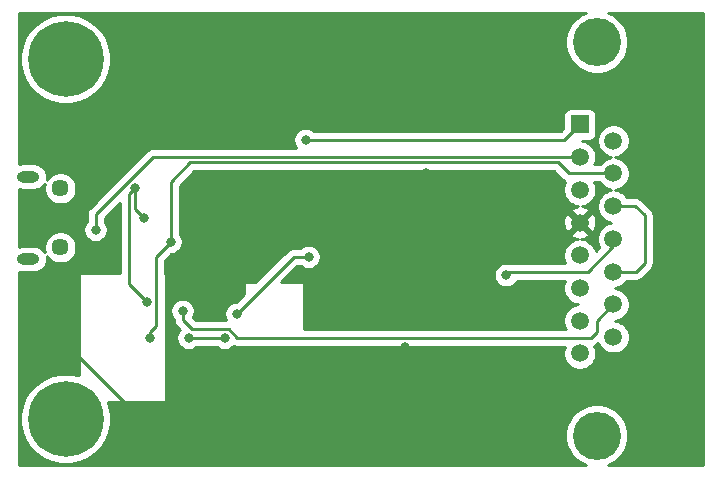
<source format=gbr>
%TF.GenerationSoftware,KiCad,Pcbnew,(5.1.6-85-g2d1f6937d)*%
%TF.CreationDate,2020-09-04T21:38:45-07:00*%
%TF.ProjectId,3DProUsb,33445072-6f55-4736-922e-6b696361645f,rev?*%
%TF.SameCoordinates,Original*%
%TF.FileFunction,Copper,L2,Bot*%
%TF.FilePolarity,Positive*%
%FSLAX46Y46*%
G04 Gerber Fmt 4.6, Leading zero omitted, Abs format (unit mm)*
G04 Created by KiCad (PCBNEW (5.1.6-85-g2d1f6937d)) date 2020-09-04 21:38:45*
%MOMM*%
%LPD*%
G01*
G04 APERTURE LIST*
%TA.AperFunction,ComponentPad*%
%ADD10C,6.400000*%
%TD*%
%TA.AperFunction,ComponentPad*%
%ADD11R,1.508000X1.508000*%
%TD*%
%TA.AperFunction,ComponentPad*%
%ADD12C,1.508000*%
%TD*%
%TA.AperFunction,ComponentPad*%
%ADD13C,4.066000*%
%TD*%
%TA.AperFunction,ComponentPad*%
%ADD14C,1.450000*%
%TD*%
%TA.AperFunction,ComponentPad*%
%ADD15O,1.900000X0.950000*%
%TD*%
%TA.AperFunction,ViaPad*%
%ADD16C,0.800000*%
%TD*%
%TA.AperFunction,Conductor*%
%ADD17C,0.250000*%
%TD*%
%TA.AperFunction,Conductor*%
%ADD18C,0.254000*%
%TD*%
%TA.AperFunction,Conductor*%
%ADD19C,0.100000*%
%TD*%
G04 APERTURE END LIST*
D10*
%TO.P,REF\u002A\u002A,1*%
%TO.N,N/C*%
X70104000Y-102108000D03*
%TD*%
%TO.P,REF\u002A\u002A,1*%
%TO.N,N/C*%
X70104000Y-71628000D03*
%TD*%
D11*
%TO.P,J3,1*%
%TO.N,VCC*%
X113642000Y-77173000D03*
D12*
%TO.P,J3,2*%
%TO.N,Net-(J3-Pad2)*%
X113642000Y-79943000D03*
%TO.P,J3,9*%
%TO.N,Net-(J3-Pad9)*%
X116482000Y-78558000D03*
D13*
%TO.P,J3,S1*%
%TO.N,N/C*%
X115082000Y-103518000D03*
%TO.P,J3,S2*%
X115082000Y-70218000D03*
D12*
%TO.P,J3,3*%
%TO.N,Net-(J3-Pad3)*%
X113642000Y-82713000D03*
%TO.P,J3,4*%
%TO.N,Earth*%
X113642000Y-85483000D03*
%TO.P,J3,5*%
%TO.N,Net-(J3-Pad5)*%
X113642000Y-88253000D03*
%TO.P,J3,6*%
%TO.N,Net-(J3-Pad6)*%
X113642000Y-91023000D03*
%TO.P,J3,7*%
%TO.N,SCLK*%
X113642000Y-93793000D03*
%TO.P,J3,8*%
%TO.N,Net-(J3-Pad8)*%
X113642000Y-96563000D03*
%TO.P,J3,10*%
%TO.N,MOSI*%
X116482000Y-81328000D03*
%TO.P,J3,11*%
%TO.N,Net-(J3-Pad11)*%
X116482000Y-84098000D03*
%TO.P,J3,12*%
%TO.N,Net-(J3-Pad12)*%
X116482000Y-86868000D03*
%TO.P,J3,13*%
%TO.N,Net-(J3-Pad11)*%
X116482000Y-89638000D03*
%TO.P,J3,14*%
%TO.N,MISO*%
X116482000Y-92408000D03*
%TO.P,J3,15*%
%TO.N,Net-(J3-Pad15)*%
X116482000Y-95178000D03*
%TD*%
D14*
%TO.P,J1,SH1*%
%TO.N,N/C*%
X69660000Y-82590000D03*
%TO.P,J1,SH2*%
X69660000Y-87590000D03*
D15*
%TO.P,J1,SH3*%
X66960000Y-81590000D03*
%TO.P,J1,SH8*%
X66960000Y-88590000D03*
%TD*%
D16*
%TO.N,Earth*%
X100584000Y-81280000D03*
X100584000Y-77470000D03*
X98806000Y-94234000D03*
X98806000Y-96012000D03*
X108597000Y-85483000D03*
X71882000Y-87630000D03*
X88646000Y-77216000D03*
X93472000Y-99060000D03*
X96520000Y-93472000D03*
X97028000Y-88900000D03*
X81280000Y-91948000D03*
X84074000Y-91948000D03*
X121273000Y-85483000D03*
%TO.N,VCC*%
X75946000Y-82550000D03*
X80518000Y-95250000D03*
X83566000Y-95250000D03*
X76708000Y-85090000D03*
X90678000Y-88392000D03*
X84582000Y-93218000D03*
X90424000Y-78486000D03*
X76962000Y-92202000D03*
%TO.N,MISO*%
X80010000Y-92964000D03*
%TO.N,MOSI*%
X78994000Y-87122000D03*
X77216000Y-95250000D03*
%TO.N,Net-(J3-Pad2)*%
X72644000Y-86106000D03*
%TO.N,Net-(J3-Pad12)*%
X107414001Y-89943999D03*
%TD*%
D17*
%TO.N,Earth*%
X84074000Y-91948000D02*
X84074000Y-91948000D01*
X81280000Y-91948000D02*
X84074000Y-91948000D01*
X77978000Y-103632000D02*
X77978000Y-103886000D01*
X68580000Y-94234000D02*
X77978000Y-103632000D01*
%TO.N,VCC*%
X75946000Y-82550000D02*
X75438000Y-83058000D01*
X75438000Y-83058000D02*
X75438000Y-87376000D01*
X80518000Y-95250000D02*
X83566000Y-95250000D01*
X83566000Y-95250000D02*
X83566000Y-95250000D01*
X75946000Y-82550000D02*
X75946000Y-84328000D01*
X75946000Y-84328000D02*
X76708000Y-85090000D01*
X76708000Y-85090000D02*
X76708000Y-85090000D01*
X90678000Y-88392000D02*
X89408000Y-88392000D01*
X89408000Y-88392000D02*
X84582000Y-93218000D01*
X84582000Y-93218000D02*
X84582000Y-93218000D01*
X112329000Y-78486000D02*
X113642000Y-77173000D01*
X90424000Y-78486000D02*
X112329000Y-78486000D01*
X75438000Y-87376000D02*
X75438000Y-90678000D01*
X75438000Y-90678000D02*
X76962000Y-92202000D01*
X76962000Y-92202000D02*
X76962000Y-92202000D01*
%TO.N,MISO*%
X116482000Y-92549922D02*
X116482000Y-92408000D01*
X114554000Y-95250000D02*
X84639002Y-95250000D01*
X115062000Y-94742000D02*
X114554000Y-95250000D01*
X115062000Y-93828000D02*
X115062000Y-94742000D01*
X116482000Y-92408000D02*
X115062000Y-93828000D01*
X80010000Y-92964000D02*
X80010000Y-93726000D01*
X80010000Y-93726000D02*
X80808999Y-94524999D01*
X83914001Y-94524999D02*
X84639002Y-95250000D01*
X80808999Y-94524999D02*
X83914001Y-94524999D01*
%TO.N,MOSI*%
X78994000Y-87122000D02*
X78994000Y-87122000D01*
X78994000Y-87122000D02*
X77724000Y-88392000D01*
X77724000Y-88392000D02*
X77724000Y-94234000D01*
X77724000Y-94234000D02*
X77216000Y-94742000D01*
X77216000Y-94742000D02*
X77216000Y-95250000D01*
X77216000Y-95250000D02*
X77216000Y-95250000D01*
X78994000Y-82042000D02*
X78994000Y-87122000D01*
X80642990Y-80393010D02*
X78994000Y-82042000D01*
X111760000Y-80393010D02*
X80642990Y-80393010D01*
X112694990Y-81328000D02*
X111760000Y-80393010D01*
X116482000Y-81328000D02*
X112694990Y-81328000D01*
%TO.N,Net-(J3-Pad2)*%
X77479998Y-79943000D02*
X72644000Y-84778998D01*
X113642000Y-79943000D02*
X77479998Y-79943000D01*
X72644000Y-84778998D02*
X72644000Y-86106000D01*
X72644000Y-86106000D02*
X72644000Y-86106000D01*
%TO.N,Net-(J3-Pad11)*%
X116482000Y-89638000D02*
X118340000Y-89638000D01*
X116482000Y-84098000D02*
X118340000Y-84098000D01*
X118340000Y-84098000D02*
X119126000Y-84884000D01*
X119126000Y-84884000D02*
X119126000Y-88900000D01*
X119126000Y-88900000D02*
X118364000Y-89662000D01*
%TO.N,Net-(J3-Pad12)*%
X107414001Y-89943999D02*
X107414001Y-89943999D01*
X116482000Y-86868000D02*
X116482000Y-87480000D01*
X116482000Y-87480000D02*
X114300000Y-89662000D01*
X107696000Y-89662000D02*
X107414001Y-89943999D01*
X114300000Y-89662000D02*
X107696000Y-89662000D01*
%TD*%
D18*
%TO.N,Earth*%
X113818228Y-67853649D02*
X113381249Y-68145629D01*
X113009629Y-68517249D01*
X112717649Y-68954228D01*
X112516530Y-69439773D01*
X112414000Y-69955225D01*
X112414000Y-70480775D01*
X112516530Y-70996227D01*
X112717649Y-71481772D01*
X113009629Y-71918751D01*
X113381249Y-72290371D01*
X113818228Y-72582351D01*
X114303773Y-72783470D01*
X114819225Y-72886000D01*
X115344775Y-72886000D01*
X115860227Y-72783470D01*
X116345772Y-72582351D01*
X116782751Y-72290371D01*
X117154371Y-71918751D01*
X117446351Y-71481772D01*
X117647470Y-70996227D01*
X117750000Y-70480775D01*
X117750000Y-69955225D01*
X117647470Y-69439773D01*
X117446351Y-68954228D01*
X117154371Y-68517249D01*
X116782751Y-68145629D01*
X116345772Y-67853649D01*
X116013457Y-67716000D01*
X124054000Y-67716000D01*
X124054001Y-106020000D01*
X116013457Y-106020000D01*
X116345772Y-105882351D01*
X116782751Y-105590371D01*
X117154371Y-105218751D01*
X117446351Y-104781772D01*
X117647470Y-104296227D01*
X117750000Y-103780775D01*
X117750000Y-103255225D01*
X117647470Y-102739773D01*
X117446351Y-102254228D01*
X117154371Y-101817249D01*
X116782751Y-101445629D01*
X116345772Y-101153649D01*
X115860227Y-100952530D01*
X115344775Y-100850000D01*
X114819225Y-100850000D01*
X114303773Y-100952530D01*
X113818228Y-101153649D01*
X113381249Y-101445629D01*
X113009629Y-101817249D01*
X112717649Y-102254228D01*
X112516530Y-102739773D01*
X112414000Y-103255225D01*
X112414000Y-103780775D01*
X112516530Y-104296227D01*
X112717649Y-104781772D01*
X113009629Y-105218751D01*
X113381249Y-105590371D01*
X113818228Y-105882351D01*
X114150543Y-106020000D01*
X66192000Y-106020000D01*
X66192000Y-101730285D01*
X66269000Y-101730285D01*
X66269000Y-102485715D01*
X66416377Y-103226628D01*
X66705467Y-103924554D01*
X67125161Y-104552670D01*
X67659330Y-105086839D01*
X68287446Y-105506533D01*
X68985372Y-105795623D01*
X69726285Y-105943000D01*
X70481715Y-105943000D01*
X71222628Y-105795623D01*
X71920554Y-105506533D01*
X72548670Y-105086839D01*
X73082839Y-104552670D01*
X73502533Y-103924554D01*
X73791623Y-103226628D01*
X73939000Y-102485715D01*
X73939000Y-101730285D01*
X73791623Y-100989372D01*
X73676318Y-100711000D01*
X78486000Y-100711000D01*
X78510776Y-100708560D01*
X78534601Y-100701333D01*
X78556557Y-100689597D01*
X78575803Y-100673803D01*
X78591597Y-100654557D01*
X78603333Y-100632601D01*
X78610560Y-100608776D01*
X78613000Y-100584000D01*
X78613000Y-89916000D01*
X78610560Y-89891224D01*
X78603333Y-89867399D01*
X78591597Y-89845443D01*
X78575803Y-89826197D01*
X78556557Y-89810403D01*
X78534601Y-89798667D01*
X78510776Y-89791440D01*
X78486000Y-89789000D01*
X78484000Y-89789000D01*
X78484000Y-88706801D01*
X79033802Y-88157000D01*
X79095939Y-88157000D01*
X79295898Y-88117226D01*
X79484256Y-88039205D01*
X79653774Y-87925937D01*
X79797937Y-87781774D01*
X79911205Y-87612256D01*
X79989226Y-87423898D01*
X80029000Y-87223939D01*
X80029000Y-87020061D01*
X79989226Y-86820102D01*
X79911205Y-86631744D01*
X79797937Y-86462226D01*
X79754000Y-86418289D01*
X79754000Y-85555334D01*
X112248155Y-85555334D01*
X112289049Y-85825870D01*
X112381937Y-86083229D01*
X112442873Y-86197235D01*
X112682149Y-86263246D01*
X113462395Y-85483000D01*
X113821605Y-85483000D01*
X114601851Y-86263246D01*
X114841127Y-86197235D01*
X114957426Y-85949574D01*
X115023174Y-85683982D01*
X115035845Y-85410666D01*
X114994951Y-85140130D01*
X114902063Y-84882771D01*
X114841127Y-84768765D01*
X114601851Y-84702754D01*
X113821605Y-85483000D01*
X113462395Y-85483000D01*
X112682149Y-84702754D01*
X112442873Y-84768765D01*
X112326574Y-85016426D01*
X112260826Y-85282018D01*
X112248155Y-85555334D01*
X79754000Y-85555334D01*
X79754000Y-82356801D01*
X80957792Y-81153010D01*
X111445199Y-81153010D01*
X112131191Y-81839003D01*
X112154989Y-81868001D01*
X112183987Y-81891799D01*
X112270714Y-81962974D01*
X112402743Y-82033546D01*
X112421632Y-82039276D01*
X112411084Y-82055062D01*
X112306378Y-82307844D01*
X112253000Y-82576195D01*
X112253000Y-82849805D01*
X112306378Y-83118156D01*
X112411084Y-83370938D01*
X112563093Y-83598436D01*
X112756564Y-83791907D01*
X112984062Y-83943916D01*
X113236844Y-84048622D01*
X113496341Y-84100239D01*
X113299130Y-84130049D01*
X113041771Y-84222937D01*
X112927765Y-84283873D01*
X112861754Y-84523149D01*
X113642000Y-85303395D01*
X114422246Y-84523149D01*
X114356235Y-84283873D01*
X114108574Y-84167574D01*
X113842982Y-84101826D01*
X113791645Y-84099446D01*
X114047156Y-84048622D01*
X114299938Y-83943916D01*
X114527436Y-83791907D01*
X114720907Y-83598436D01*
X114872916Y-83370938D01*
X114977622Y-83118156D01*
X115031000Y-82849805D01*
X115031000Y-82576195D01*
X114977622Y-82307844D01*
X114886559Y-82088000D01*
X115319280Y-82088000D01*
X115403093Y-82213436D01*
X115596564Y-82406907D01*
X115824062Y-82558916D01*
X116076844Y-82663622D01*
X116325086Y-82713000D01*
X116076844Y-82762378D01*
X115824062Y-82867084D01*
X115596564Y-83019093D01*
X115403093Y-83212564D01*
X115251084Y-83440062D01*
X115146378Y-83692844D01*
X115093000Y-83961195D01*
X115093000Y-84234805D01*
X115146378Y-84503156D01*
X115251084Y-84755938D01*
X115403093Y-84983436D01*
X115596564Y-85176907D01*
X115824062Y-85328916D01*
X116076844Y-85433622D01*
X116325086Y-85483000D01*
X116076844Y-85532378D01*
X115824062Y-85637084D01*
X115596564Y-85789093D01*
X115403093Y-85982564D01*
X115251084Y-86210062D01*
X115146378Y-86462844D01*
X115093000Y-86731195D01*
X115093000Y-87004805D01*
X115146378Y-87273156D01*
X115251084Y-87525938D01*
X115295214Y-87591984D01*
X114987864Y-87899334D01*
X114977622Y-87847844D01*
X114872916Y-87595062D01*
X114720907Y-87367564D01*
X114527436Y-87174093D01*
X114299938Y-87022084D01*
X114047156Y-86917378D01*
X113787659Y-86865761D01*
X113984870Y-86835951D01*
X114242229Y-86743063D01*
X114356235Y-86682127D01*
X114422246Y-86442851D01*
X113642000Y-85662605D01*
X112861754Y-86442851D01*
X112927765Y-86682127D01*
X113175426Y-86798426D01*
X113441018Y-86864174D01*
X113492355Y-86866554D01*
X113236844Y-86917378D01*
X112984062Y-87022084D01*
X112756564Y-87174093D01*
X112563093Y-87367564D01*
X112411084Y-87595062D01*
X112306378Y-87847844D01*
X112253000Y-88116195D01*
X112253000Y-88389805D01*
X112306378Y-88658156D01*
X112407382Y-88902000D01*
X107733323Y-88902000D01*
X107696000Y-88898324D01*
X107658677Y-88902000D01*
X107658667Y-88902000D01*
X107547014Y-88912997D01*
X107542668Y-88914315D01*
X107515940Y-88908999D01*
X107312062Y-88908999D01*
X107112103Y-88948773D01*
X106923745Y-89026794D01*
X106754227Y-89140062D01*
X106610064Y-89284225D01*
X106496796Y-89453743D01*
X106418775Y-89642101D01*
X106379001Y-89842060D01*
X106379001Y-90045938D01*
X106418775Y-90245897D01*
X106496796Y-90434255D01*
X106610064Y-90603773D01*
X106754227Y-90747936D01*
X106923745Y-90861204D01*
X107112103Y-90939225D01*
X107312062Y-90978999D01*
X107515940Y-90978999D01*
X107715899Y-90939225D01*
X107904257Y-90861204D01*
X108073775Y-90747936D01*
X108217938Y-90603773D01*
X108331206Y-90434255D01*
X108336282Y-90422000D01*
X112387499Y-90422000D01*
X112306378Y-90617844D01*
X112253000Y-90886195D01*
X112253000Y-91159805D01*
X112306378Y-91428156D01*
X112411084Y-91680938D01*
X112563093Y-91908436D01*
X112756564Y-92101907D01*
X112984062Y-92253916D01*
X113236844Y-92358622D01*
X113485086Y-92408000D01*
X113236844Y-92457378D01*
X112984062Y-92562084D01*
X112756564Y-92714093D01*
X112563093Y-92907564D01*
X112411084Y-93135062D01*
X112306378Y-93387844D01*
X112253000Y-93656195D01*
X112253000Y-93929805D01*
X112306378Y-94198156D01*
X112411084Y-94450938D01*
X112437184Y-94490000D01*
X90297000Y-94490000D01*
X90297000Y-90678000D01*
X90294560Y-90653224D01*
X90287333Y-90629399D01*
X90275597Y-90607443D01*
X90259803Y-90588197D01*
X90240557Y-90572403D01*
X90218601Y-90560667D01*
X90194776Y-90553440D01*
X90170000Y-90551000D01*
X88323802Y-90551000D01*
X89722802Y-89152000D01*
X89974289Y-89152000D01*
X90018226Y-89195937D01*
X90187744Y-89309205D01*
X90376102Y-89387226D01*
X90576061Y-89427000D01*
X90779939Y-89427000D01*
X90979898Y-89387226D01*
X91168256Y-89309205D01*
X91337774Y-89195937D01*
X91481937Y-89051774D01*
X91595205Y-88882256D01*
X91673226Y-88693898D01*
X91713000Y-88493939D01*
X91713000Y-88290061D01*
X91673226Y-88090102D01*
X91595205Y-87901744D01*
X91481937Y-87732226D01*
X91337774Y-87588063D01*
X91168256Y-87474795D01*
X90979898Y-87396774D01*
X90779939Y-87357000D01*
X90576061Y-87357000D01*
X90376102Y-87396774D01*
X90187744Y-87474795D01*
X90018226Y-87588063D01*
X89974289Y-87632000D01*
X89445325Y-87632000D01*
X89408000Y-87628324D01*
X89370675Y-87632000D01*
X89370667Y-87632000D01*
X89259014Y-87642997D01*
X89115753Y-87686454D01*
X88983724Y-87757026D01*
X88867999Y-87851999D01*
X88844201Y-87880997D01*
X86174199Y-90551000D01*
X85344000Y-90551000D01*
X85319224Y-90553440D01*
X85295399Y-90560667D01*
X85273443Y-90572403D01*
X85254197Y-90588197D01*
X85238403Y-90607443D01*
X85226667Y-90629399D01*
X85219440Y-90653224D01*
X85217000Y-90678000D01*
X85217000Y-91508199D01*
X84542199Y-92183000D01*
X84480061Y-92183000D01*
X84280102Y-92222774D01*
X84091744Y-92300795D01*
X83922226Y-92414063D01*
X83778063Y-92558226D01*
X83664795Y-92727744D01*
X83586774Y-92916102D01*
X83547000Y-93116061D01*
X83547000Y-93319939D01*
X83586774Y-93519898D01*
X83664795Y-93708256D01*
X83702709Y-93764999D01*
X81123801Y-93764999D01*
X80881484Y-93522683D01*
X80927205Y-93454256D01*
X81005226Y-93265898D01*
X81045000Y-93065939D01*
X81045000Y-92862061D01*
X81005226Y-92662102D01*
X80927205Y-92473744D01*
X80813937Y-92304226D01*
X80669774Y-92160063D01*
X80500256Y-92046795D01*
X80311898Y-91968774D01*
X80111939Y-91929000D01*
X79908061Y-91929000D01*
X79708102Y-91968774D01*
X79519744Y-92046795D01*
X79350226Y-92160063D01*
X79206063Y-92304226D01*
X79092795Y-92473744D01*
X79014774Y-92662102D01*
X78975000Y-92862061D01*
X78975000Y-93065939D01*
X79014774Y-93265898D01*
X79092795Y-93454256D01*
X79206063Y-93623774D01*
X79250000Y-93667711D01*
X79250000Y-93688678D01*
X79246324Y-93726000D01*
X79250000Y-93763322D01*
X79250000Y-93763333D01*
X79260997Y-93874986D01*
X79281251Y-93941754D01*
X79304454Y-94018246D01*
X79375026Y-94150276D01*
X79441274Y-94230998D01*
X79470000Y-94266001D01*
X79498998Y-94289799D01*
X79756744Y-94547545D01*
X79714063Y-94590226D01*
X79600795Y-94759744D01*
X79522774Y-94948102D01*
X79483000Y-95148061D01*
X79483000Y-95351939D01*
X79522774Y-95551898D01*
X79600795Y-95740256D01*
X79714063Y-95909774D01*
X79858226Y-96053937D01*
X80027744Y-96167205D01*
X80216102Y-96245226D01*
X80416061Y-96285000D01*
X80619939Y-96285000D01*
X80819898Y-96245226D01*
X81008256Y-96167205D01*
X81177774Y-96053937D01*
X81221711Y-96010000D01*
X82862289Y-96010000D01*
X82906226Y-96053937D01*
X83075744Y-96167205D01*
X83264102Y-96245226D01*
X83464061Y-96285000D01*
X83667939Y-96285000D01*
X83867898Y-96245226D01*
X84056256Y-96167205D01*
X84225774Y-96053937D01*
X84332034Y-95947677D01*
X84346755Y-95955546D01*
X84490016Y-95999003D01*
X84601669Y-96010000D01*
X84601678Y-96010000D01*
X84639001Y-96013676D01*
X84676324Y-96010000D01*
X112367617Y-96010000D01*
X112306378Y-96157844D01*
X112253000Y-96426195D01*
X112253000Y-96699805D01*
X112306378Y-96968156D01*
X112411084Y-97220938D01*
X112563093Y-97448436D01*
X112756564Y-97641907D01*
X112984062Y-97793916D01*
X113236844Y-97898622D01*
X113505195Y-97952000D01*
X113778805Y-97952000D01*
X114047156Y-97898622D01*
X114299938Y-97793916D01*
X114527436Y-97641907D01*
X114720907Y-97448436D01*
X114872916Y-97220938D01*
X114977622Y-96968156D01*
X115031000Y-96699805D01*
X115031000Y-96426195D01*
X114977622Y-96157844D01*
X114885202Y-95934724D01*
X114978276Y-95884974D01*
X115094001Y-95790001D01*
X115117803Y-95760998D01*
X115190097Y-95688704D01*
X115251084Y-95835938D01*
X115403093Y-96063436D01*
X115596564Y-96256907D01*
X115824062Y-96408916D01*
X116076844Y-96513622D01*
X116345195Y-96567000D01*
X116618805Y-96567000D01*
X116887156Y-96513622D01*
X117139938Y-96408916D01*
X117367436Y-96256907D01*
X117560907Y-96063436D01*
X117712916Y-95835938D01*
X117817622Y-95583156D01*
X117871000Y-95314805D01*
X117871000Y-95041195D01*
X117817622Y-94772844D01*
X117712916Y-94520062D01*
X117560907Y-94292564D01*
X117367436Y-94099093D01*
X117139938Y-93947084D01*
X116887156Y-93842378D01*
X116638914Y-93793000D01*
X116887156Y-93743622D01*
X117139938Y-93638916D01*
X117367436Y-93486907D01*
X117560907Y-93293436D01*
X117712916Y-93065938D01*
X117817622Y-92813156D01*
X117871000Y-92544805D01*
X117871000Y-92271195D01*
X117817622Y-92002844D01*
X117712916Y-91750062D01*
X117560907Y-91522564D01*
X117367436Y-91329093D01*
X117139938Y-91177084D01*
X116887156Y-91072378D01*
X116638914Y-91023000D01*
X116887156Y-90973622D01*
X117139938Y-90868916D01*
X117367436Y-90716907D01*
X117560907Y-90523436D01*
X117644720Y-90398000D01*
X118172151Y-90398000D01*
X118215015Y-90411002D01*
X118364000Y-90425676D01*
X118512985Y-90411002D01*
X118656246Y-90367546D01*
X118788276Y-90296974D01*
X118875002Y-90225799D01*
X119637002Y-89463799D01*
X119666001Y-89440001D01*
X119760974Y-89324276D01*
X119831546Y-89192247D01*
X119875003Y-89048986D01*
X119886000Y-88937333D01*
X119886000Y-88937325D01*
X119889676Y-88900000D01*
X119886000Y-88862675D01*
X119886000Y-84921323D01*
X119889676Y-84884000D01*
X119886000Y-84846677D01*
X119886000Y-84846667D01*
X119875003Y-84735014D01*
X119831546Y-84591753D01*
X119760974Y-84459724D01*
X119666001Y-84343999D01*
X119637004Y-84320202D01*
X118903803Y-83587002D01*
X118880001Y-83557999D01*
X118764276Y-83463026D01*
X118632247Y-83392454D01*
X118488986Y-83348997D01*
X118377333Y-83338000D01*
X118377322Y-83338000D01*
X118340000Y-83334324D01*
X118302678Y-83338000D01*
X117644720Y-83338000D01*
X117560907Y-83212564D01*
X117367436Y-83019093D01*
X117139938Y-82867084D01*
X116887156Y-82762378D01*
X116638914Y-82713000D01*
X116887156Y-82663622D01*
X117139938Y-82558916D01*
X117367436Y-82406907D01*
X117560907Y-82213436D01*
X117712916Y-81985938D01*
X117817622Y-81733156D01*
X117871000Y-81464805D01*
X117871000Y-81191195D01*
X117817622Y-80922844D01*
X117712916Y-80670062D01*
X117560907Y-80442564D01*
X117367436Y-80249093D01*
X117139938Y-80097084D01*
X116887156Y-79992378D01*
X116638914Y-79943000D01*
X116887156Y-79893622D01*
X117139938Y-79788916D01*
X117367436Y-79636907D01*
X117560907Y-79443436D01*
X117712916Y-79215938D01*
X117817622Y-78963156D01*
X117871000Y-78694805D01*
X117871000Y-78421195D01*
X117817622Y-78152844D01*
X117712916Y-77900062D01*
X117560907Y-77672564D01*
X117367436Y-77479093D01*
X117139938Y-77327084D01*
X116887156Y-77222378D01*
X116618805Y-77169000D01*
X116345195Y-77169000D01*
X116076844Y-77222378D01*
X115824062Y-77327084D01*
X115596564Y-77479093D01*
X115403093Y-77672564D01*
X115251084Y-77900062D01*
X115146378Y-78152844D01*
X115093000Y-78421195D01*
X115093000Y-78694805D01*
X115146378Y-78963156D01*
X115251084Y-79215938D01*
X115403093Y-79443436D01*
X115596564Y-79636907D01*
X115824062Y-79788916D01*
X116076844Y-79893622D01*
X116325086Y-79943000D01*
X116076844Y-79992378D01*
X115824062Y-80097084D01*
X115596564Y-80249093D01*
X115403093Y-80442564D01*
X115319280Y-80568000D01*
X114886559Y-80568000D01*
X114977622Y-80348156D01*
X115031000Y-80079805D01*
X115031000Y-79806195D01*
X114977622Y-79537844D01*
X114872916Y-79285062D01*
X114720907Y-79057564D01*
X114527436Y-78864093D01*
X114299938Y-78712084D01*
X114047156Y-78607378D01*
X113834468Y-78565072D01*
X114396000Y-78565072D01*
X114520482Y-78552812D01*
X114640180Y-78516502D01*
X114750494Y-78457537D01*
X114847185Y-78378185D01*
X114926537Y-78281494D01*
X114985502Y-78171180D01*
X115021812Y-78051482D01*
X115034072Y-77927000D01*
X115034072Y-76419000D01*
X115021812Y-76294518D01*
X114985502Y-76174820D01*
X114926537Y-76064506D01*
X114847185Y-75967815D01*
X114750494Y-75888463D01*
X114640180Y-75829498D01*
X114520482Y-75793188D01*
X114396000Y-75780928D01*
X112888000Y-75780928D01*
X112763518Y-75793188D01*
X112643820Y-75829498D01*
X112533506Y-75888463D01*
X112436815Y-75967815D01*
X112357463Y-76064506D01*
X112298498Y-76174820D01*
X112262188Y-76294518D01*
X112249928Y-76419000D01*
X112249928Y-77490270D01*
X112014199Y-77726000D01*
X91127711Y-77726000D01*
X91083774Y-77682063D01*
X90914256Y-77568795D01*
X90725898Y-77490774D01*
X90525939Y-77451000D01*
X90322061Y-77451000D01*
X90122102Y-77490774D01*
X89933744Y-77568795D01*
X89764226Y-77682063D01*
X89620063Y-77826226D01*
X89506795Y-77995744D01*
X89428774Y-78184102D01*
X89389000Y-78384061D01*
X89389000Y-78587939D01*
X89428774Y-78787898D01*
X89506795Y-78976256D01*
X89620063Y-79145774D01*
X89657289Y-79183000D01*
X77517321Y-79183000D01*
X77479998Y-79179324D01*
X77442675Y-79183000D01*
X77442665Y-79183000D01*
X77331012Y-79193997D01*
X77195834Y-79235002D01*
X77187751Y-79237454D01*
X77055721Y-79308026D01*
X76972081Y-79376668D01*
X76939997Y-79402999D01*
X76916199Y-79431997D01*
X72133003Y-84215194D01*
X72103999Y-84238997D01*
X72048871Y-84306172D01*
X72009026Y-84354722D01*
X71968668Y-84430226D01*
X71938454Y-84486752D01*
X71894997Y-84630013D01*
X71884000Y-84741666D01*
X71884000Y-84741676D01*
X71880324Y-84778998D01*
X71884000Y-84816321D01*
X71884000Y-85402289D01*
X71840063Y-85446226D01*
X71726795Y-85615744D01*
X71648774Y-85804102D01*
X71609000Y-86004061D01*
X71609000Y-86207939D01*
X71648774Y-86407898D01*
X71726795Y-86596256D01*
X71840063Y-86765774D01*
X71984226Y-86909937D01*
X72153744Y-87023205D01*
X72342102Y-87101226D01*
X72542061Y-87141000D01*
X72745939Y-87141000D01*
X72945898Y-87101226D01*
X73134256Y-87023205D01*
X73303774Y-86909937D01*
X73447937Y-86765774D01*
X73561205Y-86596256D01*
X73639226Y-86407898D01*
X73679000Y-86207939D01*
X73679000Y-86004061D01*
X73639226Y-85804102D01*
X73561205Y-85615744D01*
X73447937Y-85446226D01*
X73404000Y-85402289D01*
X73404000Y-85093799D01*
X74678000Y-83819799D01*
X74678001Y-87338658D01*
X74678000Y-87338668D01*
X74678001Y-89789000D01*
X71374000Y-89789000D01*
X71349224Y-89791440D01*
X71325399Y-89798667D01*
X71303443Y-89810403D01*
X71284197Y-89826197D01*
X71268403Y-89845443D01*
X71256667Y-89867399D01*
X71249440Y-89891224D01*
X71247000Y-89916000D01*
X71247000Y-98430472D01*
X71222628Y-98420377D01*
X70481715Y-98273000D01*
X69726285Y-98273000D01*
X68985372Y-98420377D01*
X68287446Y-98709467D01*
X67659330Y-99129161D01*
X67125161Y-99663330D01*
X66705467Y-100291446D01*
X66416377Y-100989372D01*
X66269000Y-101730285D01*
X66192000Y-101730285D01*
X66192000Y-89661065D01*
X66267402Y-89683938D01*
X66430479Y-89700000D01*
X67489521Y-89700000D01*
X67652598Y-89683938D01*
X67861834Y-89620468D01*
X68054666Y-89517396D01*
X68223686Y-89378686D01*
X68362396Y-89209666D01*
X68465468Y-89016834D01*
X68528938Y-88807598D01*
X68550370Y-88590000D01*
X68528938Y-88372402D01*
X68513815Y-88322547D01*
X68603619Y-88456949D01*
X68793051Y-88646381D01*
X69015799Y-88795216D01*
X69263303Y-88897736D01*
X69526052Y-88950000D01*
X69793948Y-88950000D01*
X70056697Y-88897736D01*
X70304201Y-88795216D01*
X70526949Y-88646381D01*
X70716381Y-88456949D01*
X70865216Y-88234201D01*
X70967736Y-87986697D01*
X71020000Y-87723948D01*
X71020000Y-87456052D01*
X70967736Y-87193303D01*
X70865216Y-86945799D01*
X70716381Y-86723051D01*
X70526949Y-86533619D01*
X70304201Y-86384784D01*
X70056697Y-86282264D01*
X69793948Y-86230000D01*
X69526052Y-86230000D01*
X69263303Y-86282264D01*
X69015799Y-86384784D01*
X68793051Y-86533619D01*
X68603619Y-86723051D01*
X68454784Y-86945799D01*
X68352264Y-87193303D01*
X68300000Y-87456052D01*
X68300000Y-87723948D01*
X68344727Y-87948803D01*
X68223686Y-87801314D01*
X68054666Y-87662604D01*
X67861834Y-87559532D01*
X67652598Y-87496062D01*
X67489521Y-87480000D01*
X66430479Y-87480000D01*
X66267402Y-87496062D01*
X66192000Y-87518935D01*
X66192000Y-82661065D01*
X66267402Y-82683938D01*
X66430479Y-82700000D01*
X67489521Y-82700000D01*
X67652598Y-82683938D01*
X67861834Y-82620468D01*
X68054666Y-82517396D01*
X68223686Y-82378686D01*
X68344727Y-82231197D01*
X68300000Y-82456052D01*
X68300000Y-82723948D01*
X68352264Y-82986697D01*
X68454784Y-83234201D01*
X68603619Y-83456949D01*
X68793051Y-83646381D01*
X69015799Y-83795216D01*
X69263303Y-83897736D01*
X69526052Y-83950000D01*
X69793948Y-83950000D01*
X70056697Y-83897736D01*
X70304201Y-83795216D01*
X70526949Y-83646381D01*
X70716381Y-83456949D01*
X70865216Y-83234201D01*
X70967736Y-82986697D01*
X71020000Y-82723948D01*
X71020000Y-82456052D01*
X70967736Y-82193303D01*
X70865216Y-81945799D01*
X70716381Y-81723051D01*
X70526949Y-81533619D01*
X70304201Y-81384784D01*
X70056697Y-81282264D01*
X69793948Y-81230000D01*
X69526052Y-81230000D01*
X69263303Y-81282264D01*
X69015799Y-81384784D01*
X68793051Y-81533619D01*
X68603619Y-81723051D01*
X68513815Y-81857453D01*
X68528938Y-81807598D01*
X68550370Y-81590000D01*
X68528938Y-81372402D01*
X68465468Y-81163166D01*
X68362396Y-80970334D01*
X68223686Y-80801314D01*
X68054666Y-80662604D01*
X67861834Y-80559532D01*
X67652598Y-80496062D01*
X67489521Y-80480000D01*
X66430479Y-80480000D01*
X66267402Y-80496062D01*
X66192000Y-80518935D01*
X66192000Y-71250285D01*
X66269000Y-71250285D01*
X66269000Y-72005715D01*
X66416377Y-72746628D01*
X66705467Y-73444554D01*
X67125161Y-74072670D01*
X67659330Y-74606839D01*
X68287446Y-75026533D01*
X68985372Y-75315623D01*
X69726285Y-75463000D01*
X70481715Y-75463000D01*
X71222628Y-75315623D01*
X71920554Y-75026533D01*
X72548670Y-74606839D01*
X73082839Y-74072670D01*
X73502533Y-73444554D01*
X73791623Y-72746628D01*
X73939000Y-72005715D01*
X73939000Y-71250285D01*
X73791623Y-70509372D01*
X73502533Y-69811446D01*
X73082839Y-69183330D01*
X72548670Y-68649161D01*
X71920554Y-68229467D01*
X71222628Y-67940377D01*
X70481715Y-67793000D01*
X69726285Y-67793000D01*
X68985372Y-67940377D01*
X68287446Y-68229467D01*
X67659330Y-68649161D01*
X67125161Y-69183330D01*
X66705467Y-69811446D01*
X66416377Y-70509372D01*
X66269000Y-71250285D01*
X66192000Y-71250285D01*
X66192000Y-67716000D01*
X114150543Y-67716000D01*
X113818228Y-67853649D01*
%TA.AperFunction,Conductor*%
D19*
G36*
X113818228Y-67853649D02*
G01*
X113381249Y-68145629D01*
X113009629Y-68517249D01*
X112717649Y-68954228D01*
X112516530Y-69439773D01*
X112414000Y-69955225D01*
X112414000Y-70480775D01*
X112516530Y-70996227D01*
X112717649Y-71481772D01*
X113009629Y-71918751D01*
X113381249Y-72290371D01*
X113818228Y-72582351D01*
X114303773Y-72783470D01*
X114819225Y-72886000D01*
X115344775Y-72886000D01*
X115860227Y-72783470D01*
X116345772Y-72582351D01*
X116782751Y-72290371D01*
X117154371Y-71918751D01*
X117446351Y-71481772D01*
X117647470Y-70996227D01*
X117750000Y-70480775D01*
X117750000Y-69955225D01*
X117647470Y-69439773D01*
X117446351Y-68954228D01*
X117154371Y-68517249D01*
X116782751Y-68145629D01*
X116345772Y-67853649D01*
X116013457Y-67716000D01*
X124054000Y-67716000D01*
X124054001Y-106020000D01*
X116013457Y-106020000D01*
X116345772Y-105882351D01*
X116782751Y-105590371D01*
X117154371Y-105218751D01*
X117446351Y-104781772D01*
X117647470Y-104296227D01*
X117750000Y-103780775D01*
X117750000Y-103255225D01*
X117647470Y-102739773D01*
X117446351Y-102254228D01*
X117154371Y-101817249D01*
X116782751Y-101445629D01*
X116345772Y-101153649D01*
X115860227Y-100952530D01*
X115344775Y-100850000D01*
X114819225Y-100850000D01*
X114303773Y-100952530D01*
X113818228Y-101153649D01*
X113381249Y-101445629D01*
X113009629Y-101817249D01*
X112717649Y-102254228D01*
X112516530Y-102739773D01*
X112414000Y-103255225D01*
X112414000Y-103780775D01*
X112516530Y-104296227D01*
X112717649Y-104781772D01*
X113009629Y-105218751D01*
X113381249Y-105590371D01*
X113818228Y-105882351D01*
X114150543Y-106020000D01*
X66192000Y-106020000D01*
X66192000Y-101730285D01*
X66269000Y-101730285D01*
X66269000Y-102485715D01*
X66416377Y-103226628D01*
X66705467Y-103924554D01*
X67125161Y-104552670D01*
X67659330Y-105086839D01*
X68287446Y-105506533D01*
X68985372Y-105795623D01*
X69726285Y-105943000D01*
X70481715Y-105943000D01*
X71222628Y-105795623D01*
X71920554Y-105506533D01*
X72548670Y-105086839D01*
X73082839Y-104552670D01*
X73502533Y-103924554D01*
X73791623Y-103226628D01*
X73939000Y-102485715D01*
X73939000Y-101730285D01*
X73791623Y-100989372D01*
X73676318Y-100711000D01*
X78486000Y-100711000D01*
X78510776Y-100708560D01*
X78534601Y-100701333D01*
X78556557Y-100689597D01*
X78575803Y-100673803D01*
X78591597Y-100654557D01*
X78603333Y-100632601D01*
X78610560Y-100608776D01*
X78613000Y-100584000D01*
X78613000Y-89916000D01*
X78610560Y-89891224D01*
X78603333Y-89867399D01*
X78591597Y-89845443D01*
X78575803Y-89826197D01*
X78556557Y-89810403D01*
X78534601Y-89798667D01*
X78510776Y-89791440D01*
X78486000Y-89789000D01*
X78484000Y-89789000D01*
X78484000Y-88706801D01*
X79033802Y-88157000D01*
X79095939Y-88157000D01*
X79295898Y-88117226D01*
X79484256Y-88039205D01*
X79653774Y-87925937D01*
X79797937Y-87781774D01*
X79911205Y-87612256D01*
X79989226Y-87423898D01*
X80029000Y-87223939D01*
X80029000Y-87020061D01*
X79989226Y-86820102D01*
X79911205Y-86631744D01*
X79797937Y-86462226D01*
X79754000Y-86418289D01*
X79754000Y-85555334D01*
X112248155Y-85555334D01*
X112289049Y-85825870D01*
X112381937Y-86083229D01*
X112442873Y-86197235D01*
X112682149Y-86263246D01*
X113462395Y-85483000D01*
X113821605Y-85483000D01*
X114601851Y-86263246D01*
X114841127Y-86197235D01*
X114957426Y-85949574D01*
X115023174Y-85683982D01*
X115035845Y-85410666D01*
X114994951Y-85140130D01*
X114902063Y-84882771D01*
X114841127Y-84768765D01*
X114601851Y-84702754D01*
X113821605Y-85483000D01*
X113462395Y-85483000D01*
X112682149Y-84702754D01*
X112442873Y-84768765D01*
X112326574Y-85016426D01*
X112260826Y-85282018D01*
X112248155Y-85555334D01*
X79754000Y-85555334D01*
X79754000Y-82356801D01*
X80957792Y-81153010D01*
X111445199Y-81153010D01*
X112131191Y-81839003D01*
X112154989Y-81868001D01*
X112183987Y-81891799D01*
X112270714Y-81962974D01*
X112402743Y-82033546D01*
X112421632Y-82039276D01*
X112411084Y-82055062D01*
X112306378Y-82307844D01*
X112253000Y-82576195D01*
X112253000Y-82849805D01*
X112306378Y-83118156D01*
X112411084Y-83370938D01*
X112563093Y-83598436D01*
X112756564Y-83791907D01*
X112984062Y-83943916D01*
X113236844Y-84048622D01*
X113496341Y-84100239D01*
X113299130Y-84130049D01*
X113041771Y-84222937D01*
X112927765Y-84283873D01*
X112861754Y-84523149D01*
X113642000Y-85303395D01*
X114422246Y-84523149D01*
X114356235Y-84283873D01*
X114108574Y-84167574D01*
X113842982Y-84101826D01*
X113791645Y-84099446D01*
X114047156Y-84048622D01*
X114299938Y-83943916D01*
X114527436Y-83791907D01*
X114720907Y-83598436D01*
X114872916Y-83370938D01*
X114977622Y-83118156D01*
X115031000Y-82849805D01*
X115031000Y-82576195D01*
X114977622Y-82307844D01*
X114886559Y-82088000D01*
X115319280Y-82088000D01*
X115403093Y-82213436D01*
X115596564Y-82406907D01*
X115824062Y-82558916D01*
X116076844Y-82663622D01*
X116325086Y-82713000D01*
X116076844Y-82762378D01*
X115824062Y-82867084D01*
X115596564Y-83019093D01*
X115403093Y-83212564D01*
X115251084Y-83440062D01*
X115146378Y-83692844D01*
X115093000Y-83961195D01*
X115093000Y-84234805D01*
X115146378Y-84503156D01*
X115251084Y-84755938D01*
X115403093Y-84983436D01*
X115596564Y-85176907D01*
X115824062Y-85328916D01*
X116076844Y-85433622D01*
X116325086Y-85483000D01*
X116076844Y-85532378D01*
X115824062Y-85637084D01*
X115596564Y-85789093D01*
X115403093Y-85982564D01*
X115251084Y-86210062D01*
X115146378Y-86462844D01*
X115093000Y-86731195D01*
X115093000Y-87004805D01*
X115146378Y-87273156D01*
X115251084Y-87525938D01*
X115295214Y-87591984D01*
X114987864Y-87899334D01*
X114977622Y-87847844D01*
X114872916Y-87595062D01*
X114720907Y-87367564D01*
X114527436Y-87174093D01*
X114299938Y-87022084D01*
X114047156Y-86917378D01*
X113787659Y-86865761D01*
X113984870Y-86835951D01*
X114242229Y-86743063D01*
X114356235Y-86682127D01*
X114422246Y-86442851D01*
X113642000Y-85662605D01*
X112861754Y-86442851D01*
X112927765Y-86682127D01*
X113175426Y-86798426D01*
X113441018Y-86864174D01*
X113492355Y-86866554D01*
X113236844Y-86917378D01*
X112984062Y-87022084D01*
X112756564Y-87174093D01*
X112563093Y-87367564D01*
X112411084Y-87595062D01*
X112306378Y-87847844D01*
X112253000Y-88116195D01*
X112253000Y-88389805D01*
X112306378Y-88658156D01*
X112407382Y-88902000D01*
X107733323Y-88902000D01*
X107696000Y-88898324D01*
X107658677Y-88902000D01*
X107658667Y-88902000D01*
X107547014Y-88912997D01*
X107542668Y-88914315D01*
X107515940Y-88908999D01*
X107312062Y-88908999D01*
X107112103Y-88948773D01*
X106923745Y-89026794D01*
X106754227Y-89140062D01*
X106610064Y-89284225D01*
X106496796Y-89453743D01*
X106418775Y-89642101D01*
X106379001Y-89842060D01*
X106379001Y-90045938D01*
X106418775Y-90245897D01*
X106496796Y-90434255D01*
X106610064Y-90603773D01*
X106754227Y-90747936D01*
X106923745Y-90861204D01*
X107112103Y-90939225D01*
X107312062Y-90978999D01*
X107515940Y-90978999D01*
X107715899Y-90939225D01*
X107904257Y-90861204D01*
X108073775Y-90747936D01*
X108217938Y-90603773D01*
X108331206Y-90434255D01*
X108336282Y-90422000D01*
X112387499Y-90422000D01*
X112306378Y-90617844D01*
X112253000Y-90886195D01*
X112253000Y-91159805D01*
X112306378Y-91428156D01*
X112411084Y-91680938D01*
X112563093Y-91908436D01*
X112756564Y-92101907D01*
X112984062Y-92253916D01*
X113236844Y-92358622D01*
X113485086Y-92408000D01*
X113236844Y-92457378D01*
X112984062Y-92562084D01*
X112756564Y-92714093D01*
X112563093Y-92907564D01*
X112411084Y-93135062D01*
X112306378Y-93387844D01*
X112253000Y-93656195D01*
X112253000Y-93929805D01*
X112306378Y-94198156D01*
X112411084Y-94450938D01*
X112437184Y-94490000D01*
X90297000Y-94490000D01*
X90297000Y-90678000D01*
X90294560Y-90653224D01*
X90287333Y-90629399D01*
X90275597Y-90607443D01*
X90259803Y-90588197D01*
X90240557Y-90572403D01*
X90218601Y-90560667D01*
X90194776Y-90553440D01*
X90170000Y-90551000D01*
X88323802Y-90551000D01*
X89722802Y-89152000D01*
X89974289Y-89152000D01*
X90018226Y-89195937D01*
X90187744Y-89309205D01*
X90376102Y-89387226D01*
X90576061Y-89427000D01*
X90779939Y-89427000D01*
X90979898Y-89387226D01*
X91168256Y-89309205D01*
X91337774Y-89195937D01*
X91481937Y-89051774D01*
X91595205Y-88882256D01*
X91673226Y-88693898D01*
X91713000Y-88493939D01*
X91713000Y-88290061D01*
X91673226Y-88090102D01*
X91595205Y-87901744D01*
X91481937Y-87732226D01*
X91337774Y-87588063D01*
X91168256Y-87474795D01*
X90979898Y-87396774D01*
X90779939Y-87357000D01*
X90576061Y-87357000D01*
X90376102Y-87396774D01*
X90187744Y-87474795D01*
X90018226Y-87588063D01*
X89974289Y-87632000D01*
X89445325Y-87632000D01*
X89408000Y-87628324D01*
X89370675Y-87632000D01*
X89370667Y-87632000D01*
X89259014Y-87642997D01*
X89115753Y-87686454D01*
X88983724Y-87757026D01*
X88867999Y-87851999D01*
X88844201Y-87880997D01*
X86174199Y-90551000D01*
X85344000Y-90551000D01*
X85319224Y-90553440D01*
X85295399Y-90560667D01*
X85273443Y-90572403D01*
X85254197Y-90588197D01*
X85238403Y-90607443D01*
X85226667Y-90629399D01*
X85219440Y-90653224D01*
X85217000Y-90678000D01*
X85217000Y-91508199D01*
X84542199Y-92183000D01*
X84480061Y-92183000D01*
X84280102Y-92222774D01*
X84091744Y-92300795D01*
X83922226Y-92414063D01*
X83778063Y-92558226D01*
X83664795Y-92727744D01*
X83586774Y-92916102D01*
X83547000Y-93116061D01*
X83547000Y-93319939D01*
X83586774Y-93519898D01*
X83664795Y-93708256D01*
X83702709Y-93764999D01*
X81123801Y-93764999D01*
X80881484Y-93522683D01*
X80927205Y-93454256D01*
X81005226Y-93265898D01*
X81045000Y-93065939D01*
X81045000Y-92862061D01*
X81005226Y-92662102D01*
X80927205Y-92473744D01*
X80813937Y-92304226D01*
X80669774Y-92160063D01*
X80500256Y-92046795D01*
X80311898Y-91968774D01*
X80111939Y-91929000D01*
X79908061Y-91929000D01*
X79708102Y-91968774D01*
X79519744Y-92046795D01*
X79350226Y-92160063D01*
X79206063Y-92304226D01*
X79092795Y-92473744D01*
X79014774Y-92662102D01*
X78975000Y-92862061D01*
X78975000Y-93065939D01*
X79014774Y-93265898D01*
X79092795Y-93454256D01*
X79206063Y-93623774D01*
X79250000Y-93667711D01*
X79250000Y-93688678D01*
X79246324Y-93726000D01*
X79250000Y-93763322D01*
X79250000Y-93763333D01*
X79260997Y-93874986D01*
X79281251Y-93941754D01*
X79304454Y-94018246D01*
X79375026Y-94150276D01*
X79441274Y-94230998D01*
X79470000Y-94266001D01*
X79498998Y-94289799D01*
X79756744Y-94547545D01*
X79714063Y-94590226D01*
X79600795Y-94759744D01*
X79522774Y-94948102D01*
X79483000Y-95148061D01*
X79483000Y-95351939D01*
X79522774Y-95551898D01*
X79600795Y-95740256D01*
X79714063Y-95909774D01*
X79858226Y-96053937D01*
X80027744Y-96167205D01*
X80216102Y-96245226D01*
X80416061Y-96285000D01*
X80619939Y-96285000D01*
X80819898Y-96245226D01*
X81008256Y-96167205D01*
X81177774Y-96053937D01*
X81221711Y-96010000D01*
X82862289Y-96010000D01*
X82906226Y-96053937D01*
X83075744Y-96167205D01*
X83264102Y-96245226D01*
X83464061Y-96285000D01*
X83667939Y-96285000D01*
X83867898Y-96245226D01*
X84056256Y-96167205D01*
X84225774Y-96053937D01*
X84332034Y-95947677D01*
X84346755Y-95955546D01*
X84490016Y-95999003D01*
X84601669Y-96010000D01*
X84601678Y-96010000D01*
X84639001Y-96013676D01*
X84676324Y-96010000D01*
X112367617Y-96010000D01*
X112306378Y-96157844D01*
X112253000Y-96426195D01*
X112253000Y-96699805D01*
X112306378Y-96968156D01*
X112411084Y-97220938D01*
X112563093Y-97448436D01*
X112756564Y-97641907D01*
X112984062Y-97793916D01*
X113236844Y-97898622D01*
X113505195Y-97952000D01*
X113778805Y-97952000D01*
X114047156Y-97898622D01*
X114299938Y-97793916D01*
X114527436Y-97641907D01*
X114720907Y-97448436D01*
X114872916Y-97220938D01*
X114977622Y-96968156D01*
X115031000Y-96699805D01*
X115031000Y-96426195D01*
X114977622Y-96157844D01*
X114885202Y-95934724D01*
X114978276Y-95884974D01*
X115094001Y-95790001D01*
X115117803Y-95760998D01*
X115190097Y-95688704D01*
X115251084Y-95835938D01*
X115403093Y-96063436D01*
X115596564Y-96256907D01*
X115824062Y-96408916D01*
X116076844Y-96513622D01*
X116345195Y-96567000D01*
X116618805Y-96567000D01*
X116887156Y-96513622D01*
X117139938Y-96408916D01*
X117367436Y-96256907D01*
X117560907Y-96063436D01*
X117712916Y-95835938D01*
X117817622Y-95583156D01*
X117871000Y-95314805D01*
X117871000Y-95041195D01*
X117817622Y-94772844D01*
X117712916Y-94520062D01*
X117560907Y-94292564D01*
X117367436Y-94099093D01*
X117139938Y-93947084D01*
X116887156Y-93842378D01*
X116638914Y-93793000D01*
X116887156Y-93743622D01*
X117139938Y-93638916D01*
X117367436Y-93486907D01*
X117560907Y-93293436D01*
X117712916Y-93065938D01*
X117817622Y-92813156D01*
X117871000Y-92544805D01*
X117871000Y-92271195D01*
X117817622Y-92002844D01*
X117712916Y-91750062D01*
X117560907Y-91522564D01*
X117367436Y-91329093D01*
X117139938Y-91177084D01*
X116887156Y-91072378D01*
X116638914Y-91023000D01*
X116887156Y-90973622D01*
X117139938Y-90868916D01*
X117367436Y-90716907D01*
X117560907Y-90523436D01*
X117644720Y-90398000D01*
X118172151Y-90398000D01*
X118215015Y-90411002D01*
X118364000Y-90425676D01*
X118512985Y-90411002D01*
X118656246Y-90367546D01*
X118788276Y-90296974D01*
X118875002Y-90225799D01*
X119637002Y-89463799D01*
X119666001Y-89440001D01*
X119760974Y-89324276D01*
X119831546Y-89192247D01*
X119875003Y-89048986D01*
X119886000Y-88937333D01*
X119886000Y-88937325D01*
X119889676Y-88900000D01*
X119886000Y-88862675D01*
X119886000Y-84921323D01*
X119889676Y-84884000D01*
X119886000Y-84846677D01*
X119886000Y-84846667D01*
X119875003Y-84735014D01*
X119831546Y-84591753D01*
X119760974Y-84459724D01*
X119666001Y-84343999D01*
X119637004Y-84320202D01*
X118903803Y-83587002D01*
X118880001Y-83557999D01*
X118764276Y-83463026D01*
X118632247Y-83392454D01*
X118488986Y-83348997D01*
X118377333Y-83338000D01*
X118377322Y-83338000D01*
X118340000Y-83334324D01*
X118302678Y-83338000D01*
X117644720Y-83338000D01*
X117560907Y-83212564D01*
X117367436Y-83019093D01*
X117139938Y-82867084D01*
X116887156Y-82762378D01*
X116638914Y-82713000D01*
X116887156Y-82663622D01*
X117139938Y-82558916D01*
X117367436Y-82406907D01*
X117560907Y-82213436D01*
X117712916Y-81985938D01*
X117817622Y-81733156D01*
X117871000Y-81464805D01*
X117871000Y-81191195D01*
X117817622Y-80922844D01*
X117712916Y-80670062D01*
X117560907Y-80442564D01*
X117367436Y-80249093D01*
X117139938Y-80097084D01*
X116887156Y-79992378D01*
X116638914Y-79943000D01*
X116887156Y-79893622D01*
X117139938Y-79788916D01*
X117367436Y-79636907D01*
X117560907Y-79443436D01*
X117712916Y-79215938D01*
X117817622Y-78963156D01*
X117871000Y-78694805D01*
X117871000Y-78421195D01*
X117817622Y-78152844D01*
X117712916Y-77900062D01*
X117560907Y-77672564D01*
X117367436Y-77479093D01*
X117139938Y-77327084D01*
X116887156Y-77222378D01*
X116618805Y-77169000D01*
X116345195Y-77169000D01*
X116076844Y-77222378D01*
X115824062Y-77327084D01*
X115596564Y-77479093D01*
X115403093Y-77672564D01*
X115251084Y-77900062D01*
X115146378Y-78152844D01*
X115093000Y-78421195D01*
X115093000Y-78694805D01*
X115146378Y-78963156D01*
X115251084Y-79215938D01*
X115403093Y-79443436D01*
X115596564Y-79636907D01*
X115824062Y-79788916D01*
X116076844Y-79893622D01*
X116325086Y-79943000D01*
X116076844Y-79992378D01*
X115824062Y-80097084D01*
X115596564Y-80249093D01*
X115403093Y-80442564D01*
X115319280Y-80568000D01*
X114886559Y-80568000D01*
X114977622Y-80348156D01*
X115031000Y-80079805D01*
X115031000Y-79806195D01*
X114977622Y-79537844D01*
X114872916Y-79285062D01*
X114720907Y-79057564D01*
X114527436Y-78864093D01*
X114299938Y-78712084D01*
X114047156Y-78607378D01*
X113834468Y-78565072D01*
X114396000Y-78565072D01*
X114520482Y-78552812D01*
X114640180Y-78516502D01*
X114750494Y-78457537D01*
X114847185Y-78378185D01*
X114926537Y-78281494D01*
X114985502Y-78171180D01*
X115021812Y-78051482D01*
X115034072Y-77927000D01*
X115034072Y-76419000D01*
X115021812Y-76294518D01*
X114985502Y-76174820D01*
X114926537Y-76064506D01*
X114847185Y-75967815D01*
X114750494Y-75888463D01*
X114640180Y-75829498D01*
X114520482Y-75793188D01*
X114396000Y-75780928D01*
X112888000Y-75780928D01*
X112763518Y-75793188D01*
X112643820Y-75829498D01*
X112533506Y-75888463D01*
X112436815Y-75967815D01*
X112357463Y-76064506D01*
X112298498Y-76174820D01*
X112262188Y-76294518D01*
X112249928Y-76419000D01*
X112249928Y-77490270D01*
X112014199Y-77726000D01*
X91127711Y-77726000D01*
X91083774Y-77682063D01*
X90914256Y-77568795D01*
X90725898Y-77490774D01*
X90525939Y-77451000D01*
X90322061Y-77451000D01*
X90122102Y-77490774D01*
X89933744Y-77568795D01*
X89764226Y-77682063D01*
X89620063Y-77826226D01*
X89506795Y-77995744D01*
X89428774Y-78184102D01*
X89389000Y-78384061D01*
X89389000Y-78587939D01*
X89428774Y-78787898D01*
X89506795Y-78976256D01*
X89620063Y-79145774D01*
X89657289Y-79183000D01*
X77517321Y-79183000D01*
X77479998Y-79179324D01*
X77442675Y-79183000D01*
X77442665Y-79183000D01*
X77331012Y-79193997D01*
X77195834Y-79235002D01*
X77187751Y-79237454D01*
X77055721Y-79308026D01*
X76972081Y-79376668D01*
X76939997Y-79402999D01*
X76916199Y-79431997D01*
X72133003Y-84215194D01*
X72103999Y-84238997D01*
X72048871Y-84306172D01*
X72009026Y-84354722D01*
X71968668Y-84430226D01*
X71938454Y-84486752D01*
X71894997Y-84630013D01*
X71884000Y-84741666D01*
X71884000Y-84741676D01*
X71880324Y-84778998D01*
X71884000Y-84816321D01*
X71884000Y-85402289D01*
X71840063Y-85446226D01*
X71726795Y-85615744D01*
X71648774Y-85804102D01*
X71609000Y-86004061D01*
X71609000Y-86207939D01*
X71648774Y-86407898D01*
X71726795Y-86596256D01*
X71840063Y-86765774D01*
X71984226Y-86909937D01*
X72153744Y-87023205D01*
X72342102Y-87101226D01*
X72542061Y-87141000D01*
X72745939Y-87141000D01*
X72945898Y-87101226D01*
X73134256Y-87023205D01*
X73303774Y-86909937D01*
X73447937Y-86765774D01*
X73561205Y-86596256D01*
X73639226Y-86407898D01*
X73679000Y-86207939D01*
X73679000Y-86004061D01*
X73639226Y-85804102D01*
X73561205Y-85615744D01*
X73447937Y-85446226D01*
X73404000Y-85402289D01*
X73404000Y-85093799D01*
X74678000Y-83819799D01*
X74678001Y-87338658D01*
X74678000Y-87338668D01*
X74678001Y-89789000D01*
X71374000Y-89789000D01*
X71349224Y-89791440D01*
X71325399Y-89798667D01*
X71303443Y-89810403D01*
X71284197Y-89826197D01*
X71268403Y-89845443D01*
X71256667Y-89867399D01*
X71249440Y-89891224D01*
X71247000Y-89916000D01*
X71247000Y-98430472D01*
X71222628Y-98420377D01*
X70481715Y-98273000D01*
X69726285Y-98273000D01*
X68985372Y-98420377D01*
X68287446Y-98709467D01*
X67659330Y-99129161D01*
X67125161Y-99663330D01*
X66705467Y-100291446D01*
X66416377Y-100989372D01*
X66269000Y-101730285D01*
X66192000Y-101730285D01*
X66192000Y-89661065D01*
X66267402Y-89683938D01*
X66430479Y-89700000D01*
X67489521Y-89700000D01*
X67652598Y-89683938D01*
X67861834Y-89620468D01*
X68054666Y-89517396D01*
X68223686Y-89378686D01*
X68362396Y-89209666D01*
X68465468Y-89016834D01*
X68528938Y-88807598D01*
X68550370Y-88590000D01*
X68528938Y-88372402D01*
X68513815Y-88322547D01*
X68603619Y-88456949D01*
X68793051Y-88646381D01*
X69015799Y-88795216D01*
X69263303Y-88897736D01*
X69526052Y-88950000D01*
X69793948Y-88950000D01*
X70056697Y-88897736D01*
X70304201Y-88795216D01*
X70526949Y-88646381D01*
X70716381Y-88456949D01*
X70865216Y-88234201D01*
X70967736Y-87986697D01*
X71020000Y-87723948D01*
X71020000Y-87456052D01*
X70967736Y-87193303D01*
X70865216Y-86945799D01*
X70716381Y-86723051D01*
X70526949Y-86533619D01*
X70304201Y-86384784D01*
X70056697Y-86282264D01*
X69793948Y-86230000D01*
X69526052Y-86230000D01*
X69263303Y-86282264D01*
X69015799Y-86384784D01*
X68793051Y-86533619D01*
X68603619Y-86723051D01*
X68454784Y-86945799D01*
X68352264Y-87193303D01*
X68300000Y-87456052D01*
X68300000Y-87723948D01*
X68344727Y-87948803D01*
X68223686Y-87801314D01*
X68054666Y-87662604D01*
X67861834Y-87559532D01*
X67652598Y-87496062D01*
X67489521Y-87480000D01*
X66430479Y-87480000D01*
X66267402Y-87496062D01*
X66192000Y-87518935D01*
X66192000Y-82661065D01*
X66267402Y-82683938D01*
X66430479Y-82700000D01*
X67489521Y-82700000D01*
X67652598Y-82683938D01*
X67861834Y-82620468D01*
X68054666Y-82517396D01*
X68223686Y-82378686D01*
X68344727Y-82231197D01*
X68300000Y-82456052D01*
X68300000Y-82723948D01*
X68352264Y-82986697D01*
X68454784Y-83234201D01*
X68603619Y-83456949D01*
X68793051Y-83646381D01*
X69015799Y-83795216D01*
X69263303Y-83897736D01*
X69526052Y-83950000D01*
X69793948Y-83950000D01*
X70056697Y-83897736D01*
X70304201Y-83795216D01*
X70526949Y-83646381D01*
X70716381Y-83456949D01*
X70865216Y-83234201D01*
X70967736Y-82986697D01*
X71020000Y-82723948D01*
X71020000Y-82456052D01*
X70967736Y-82193303D01*
X70865216Y-81945799D01*
X70716381Y-81723051D01*
X70526949Y-81533619D01*
X70304201Y-81384784D01*
X70056697Y-81282264D01*
X69793948Y-81230000D01*
X69526052Y-81230000D01*
X69263303Y-81282264D01*
X69015799Y-81384784D01*
X68793051Y-81533619D01*
X68603619Y-81723051D01*
X68513815Y-81857453D01*
X68528938Y-81807598D01*
X68550370Y-81590000D01*
X68528938Y-81372402D01*
X68465468Y-81163166D01*
X68362396Y-80970334D01*
X68223686Y-80801314D01*
X68054666Y-80662604D01*
X67861834Y-80559532D01*
X67652598Y-80496062D01*
X67489521Y-80480000D01*
X66430479Y-80480000D01*
X66267402Y-80496062D01*
X66192000Y-80518935D01*
X66192000Y-71250285D01*
X66269000Y-71250285D01*
X66269000Y-72005715D01*
X66416377Y-72746628D01*
X66705467Y-73444554D01*
X67125161Y-74072670D01*
X67659330Y-74606839D01*
X68287446Y-75026533D01*
X68985372Y-75315623D01*
X69726285Y-75463000D01*
X70481715Y-75463000D01*
X71222628Y-75315623D01*
X71920554Y-75026533D01*
X72548670Y-74606839D01*
X73082839Y-74072670D01*
X73502533Y-73444554D01*
X73791623Y-72746628D01*
X73939000Y-72005715D01*
X73939000Y-71250285D01*
X73791623Y-70509372D01*
X73502533Y-69811446D01*
X73082839Y-69183330D01*
X72548670Y-68649161D01*
X71920554Y-68229467D01*
X71222628Y-67940377D01*
X70481715Y-67793000D01*
X69726285Y-67793000D01*
X68985372Y-67940377D01*
X68287446Y-68229467D01*
X67659330Y-68649161D01*
X67125161Y-69183330D01*
X66705467Y-69811446D01*
X66416377Y-70509372D01*
X66269000Y-71250285D01*
X66192000Y-71250285D01*
X66192000Y-67716000D01*
X114150543Y-67716000D01*
X113818228Y-67853649D01*
G37*
%TD.AperFunction*%
%TD*%
M02*

</source>
